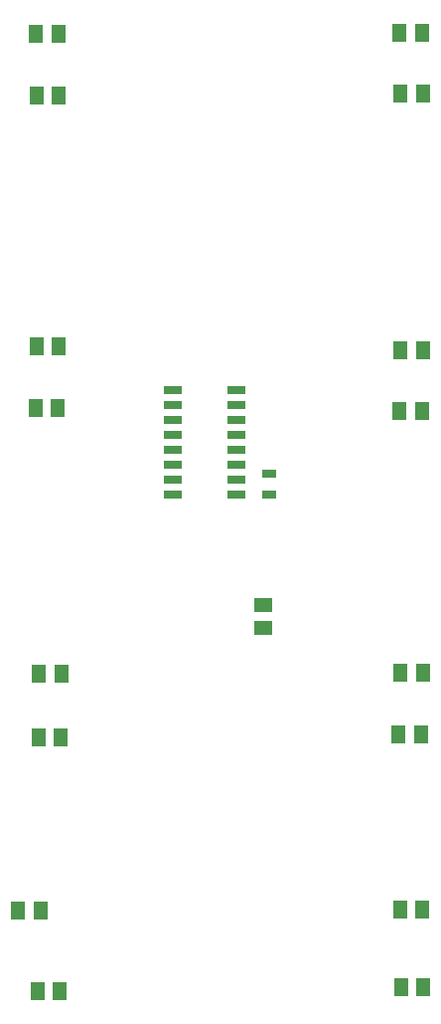
<source format=gbr>
G04 EAGLE Gerber RS-274X export*
G75*
%MOMM*%
%FSLAX34Y34*%
%LPD*%
%INSolderpaste Bottom*%
%IPPOS*%
%AMOC8*
5,1,8,0,0,1.08239X$1,22.5*%
G01*
%ADD10R,1.300000X1.500000*%
%ADD11R,1.500000X1.300000*%
%ADD12R,1.200000X0.800000*%
%ADD13R,1.550000X0.700000*%


D10*
X384100Y540900D03*
X403100Y540900D03*
X384900Y318700D03*
X403900Y318700D03*
X385100Y50700D03*
X404100Y50700D03*
X384100Y862700D03*
X403100Y862700D03*
X75300Y47700D03*
X94300Y47700D03*
X74500Y809700D03*
X93500Y809700D03*
X76700Y317700D03*
X95700Y317700D03*
X73900Y543700D03*
X92900Y543700D03*
D11*
X268200Y375600D03*
X268200Y356600D03*
D10*
X383300Y265900D03*
X402300Y265900D03*
X384500Y116900D03*
X403500Y116900D03*
X384700Y810900D03*
X403700Y810900D03*
X58900Y115900D03*
X77900Y115900D03*
X74100Y861900D03*
X93100Y861900D03*
X76300Y262900D03*
X95300Y262900D03*
X74500Y595900D03*
X93500Y595900D03*
X384700Y592900D03*
X403700Y592900D03*
D12*
X272800Y469700D03*
X272800Y487700D03*
D13*
X245250Y558450D03*
X245250Y545750D03*
X245250Y533050D03*
X245250Y520350D03*
X245250Y507650D03*
X245250Y494950D03*
X245250Y482250D03*
X245250Y469550D03*
X190750Y469550D03*
X190750Y482250D03*
X190750Y494950D03*
X190750Y507650D03*
X190750Y520350D03*
X190750Y533050D03*
X190750Y545750D03*
X190750Y558450D03*
M02*

</source>
